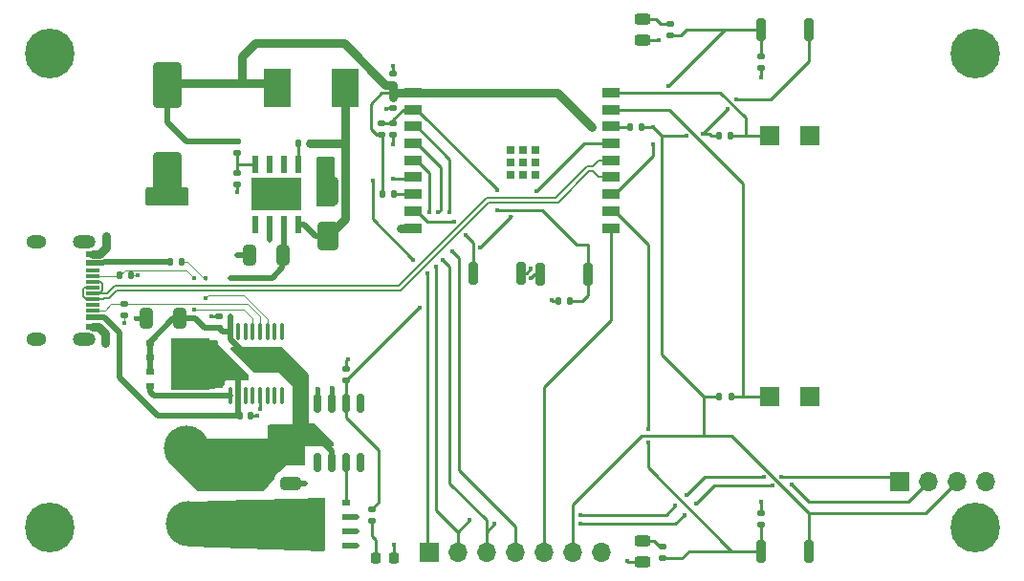
<source format=gbr>
%TF.GenerationSoftware,KiCad,Pcbnew,7.0.7*%
%TF.CreationDate,2024-06-24T12:24:59-07:00*%
%TF.ProjectId,Business Card PCB Hot Plate,42757369-6e65-4737-9320-436172642050,rev?*%
%TF.SameCoordinates,Original*%
%TF.FileFunction,Copper,L1,Top*%
%TF.FilePolarity,Positive*%
%FSLAX46Y46*%
G04 Gerber Fmt 4.6, Leading zero omitted, Abs format (unit mm)*
G04 Created by KiCad (PCBNEW 7.0.7) date 2024-06-24 12:24:59*
%MOMM*%
%LPD*%
G01*
G04 APERTURE LIST*
G04 Aperture macros list*
%AMRoundRect*
0 Rectangle with rounded corners*
0 $1 Rounding radius*
0 $2 $3 $4 $5 $6 $7 $8 $9 X,Y pos of 4 corners*
0 Add a 4 corners polygon primitive as box body*
4,1,4,$2,$3,$4,$5,$6,$7,$8,$9,$2,$3,0*
0 Add four circle primitives for the rounded corners*
1,1,$1+$1,$2,$3*
1,1,$1+$1,$4,$5*
1,1,$1+$1,$6,$7*
1,1,$1+$1,$8,$9*
0 Add four rect primitives between the rounded corners*
20,1,$1+$1,$2,$3,$4,$5,0*
20,1,$1+$1,$4,$5,$6,$7,0*
20,1,$1+$1,$6,$7,$8,$9,0*
20,1,$1+$1,$8,$9,$2,$3,0*%
G04 Aperture macros list end*
%TA.AperFunction,SMDPad,CuDef*%
%ADD10RoundRect,0.250000X-0.650000X0.325000X-0.650000X-0.325000X0.650000X-0.325000X0.650000X0.325000X0*%
%TD*%
%TA.AperFunction,SMDPad,CuDef*%
%ADD11RoundRect,0.135000X0.185000X-0.135000X0.185000X0.135000X-0.185000X0.135000X-0.185000X-0.135000X0*%
%TD*%
%TA.AperFunction,SMDPad,CuDef*%
%ADD12RoundRect,0.135000X-0.185000X0.135000X-0.185000X-0.135000X0.185000X-0.135000X0.185000X0.135000X0*%
%TD*%
%TA.AperFunction,ComponentPad*%
%ADD13R,1.700000X1.700000*%
%TD*%
%TA.AperFunction,SMDPad,CuDef*%
%ADD14RoundRect,0.250000X0.650000X-1.000000X0.650000X1.000000X-0.650000X1.000000X-0.650000X-1.000000X0*%
%TD*%
%TA.AperFunction,ComponentPad*%
%ADD15O,1.700000X1.700000*%
%TD*%
%TA.AperFunction,SMDPad,CuDef*%
%ADD16RoundRect,0.150000X-0.150000X0.675000X-0.150000X-0.675000X0.150000X-0.675000X0.150000X0.675000X0*%
%TD*%
%TA.AperFunction,SMDPad,CuDef*%
%ADD17RoundRect,0.140000X0.170000X-0.140000X0.170000X0.140000X-0.170000X0.140000X-0.170000X-0.140000X0*%
%TD*%
%TA.AperFunction,SMDPad,CuDef*%
%ADD18RoundRect,0.135000X0.135000X0.185000X-0.135000X0.185000X-0.135000X-0.185000X0.135000X-0.185000X0*%
%TD*%
%TA.AperFunction,ComponentPad*%
%ADD19C,0.700000*%
%TD*%
%TA.AperFunction,ComponentPad*%
%ADD20C,4.400000*%
%TD*%
%TA.AperFunction,ComponentPad*%
%ADD21C,4.000000*%
%TD*%
%TA.AperFunction,SMDPad,CuDef*%
%ADD22RoundRect,0.250000X0.325000X0.650000X-0.325000X0.650000X-0.325000X-0.650000X0.325000X-0.650000X0*%
%TD*%
%TA.AperFunction,SMDPad,CuDef*%
%ADD23R,0.650000X0.500000*%
%TD*%
%TA.AperFunction,SMDPad,CuDef*%
%ADD24R,3.400000X4.600000*%
%TD*%
%TA.AperFunction,SMDPad,CuDef*%
%ADD25R,0.550000X0.500000*%
%TD*%
%TA.AperFunction,SMDPad,CuDef*%
%ADD26RoundRect,0.135000X-0.135000X-0.185000X0.135000X-0.185000X0.135000X0.185000X-0.135000X0.185000X0*%
%TD*%
%TA.AperFunction,SMDPad,CuDef*%
%ADD27R,1.500000X0.900000*%
%TD*%
%TA.AperFunction,SMDPad,CuDef*%
%ADD28R,0.700000X0.700000*%
%TD*%
%TA.AperFunction,SMDPad,CuDef*%
%ADD29RoundRect,0.250000X-0.650000X1.000000X-0.650000X-1.000000X0.650000X-1.000000X0.650000X1.000000X0*%
%TD*%
%TA.AperFunction,SMDPad,CuDef*%
%ADD30RoundRect,0.250000X-1.000000X1.750000X-1.000000X-1.750000X1.000000X-1.750000X1.000000X1.750000X0*%
%TD*%
%TA.AperFunction,SMDPad,CuDef*%
%ADD31RoundRect,0.218750X0.218750X0.256250X-0.218750X0.256250X-0.218750X-0.256250X0.218750X-0.256250X0*%
%TD*%
%TA.AperFunction,SMDPad,CuDef*%
%ADD32RoundRect,0.200000X0.200000X0.800000X-0.200000X0.800000X-0.200000X-0.800000X0.200000X-0.800000X0*%
%TD*%
%TA.AperFunction,SMDPad,CuDef*%
%ADD33RoundRect,0.140000X-0.170000X0.140000X-0.170000X-0.140000X0.170000X-0.140000X0.170000X0.140000X0*%
%TD*%
%TA.AperFunction,SMDPad,CuDef*%
%ADD34RoundRect,0.200000X-0.200000X-0.800000X0.200000X-0.800000X0.200000X0.800000X-0.200000X0.800000X0*%
%TD*%
%TA.AperFunction,SMDPad,CuDef*%
%ADD35RoundRect,0.243750X0.456250X-0.243750X0.456250X0.243750X-0.456250X0.243750X-0.456250X-0.243750X0*%
%TD*%
%TA.AperFunction,SMDPad,CuDef*%
%ADD36RoundRect,0.100000X0.100000X-0.637500X0.100000X0.637500X-0.100000X0.637500X-0.100000X-0.637500X0*%
%TD*%
%TA.AperFunction,SMDPad,CuDef*%
%ADD37R,2.350000X3.400000*%
%TD*%
%TA.AperFunction,SMDPad,CuDef*%
%ADD38R,0.600000X1.550000*%
%TD*%
%TA.AperFunction,ComponentPad*%
%ADD39C,0.600000*%
%TD*%
%TA.AperFunction,SMDPad,CuDef*%
%ADD40R,3.100000X2.600000*%
%TD*%
%TA.AperFunction,SMDPad,CuDef*%
%ADD41R,4.500000X2.950000*%
%TD*%
%TA.AperFunction,SMDPad,CuDef*%
%ADD42RoundRect,0.140000X-0.140000X-0.170000X0.140000X-0.170000X0.140000X0.170000X-0.140000X0.170000X0*%
%TD*%
%TA.AperFunction,SMDPad,CuDef*%
%ADD43R,1.300000X0.600000*%
%TD*%
%TA.AperFunction,SMDPad,CuDef*%
%ADD44R,1.300000X0.300000*%
%TD*%
%TA.AperFunction,ComponentPad*%
%ADD45O,2.000000X1.200000*%
%TD*%
%TA.AperFunction,ComponentPad*%
%ADD46O,1.800000X1.200000*%
%TD*%
%TA.AperFunction,ViaPad*%
%ADD47C,0.450000*%
%TD*%
%TA.AperFunction,Conductor*%
%ADD48C,0.500000*%
%TD*%
%TA.AperFunction,Conductor*%
%ADD49C,0.250000*%
%TD*%
%TA.AperFunction,Conductor*%
%ADD50C,0.800000*%
%TD*%
%TA.AperFunction,Conductor*%
%ADD51C,0.400000*%
%TD*%
%TA.AperFunction,Conductor*%
%ADD52C,0.100000*%
%TD*%
%TA.AperFunction,Conductor*%
%ADD53C,0.200000*%
%TD*%
G04 APERTURE END LIST*
D10*
%TO.P,C10,1*%
%TO.N,+20V*%
X60800000Y-72860328D03*
%TO.P,C10,2*%
%TO.N,GND*%
X60800000Y-75810328D03*
%TD*%
D11*
%TO.P,R12,1*%
%TO.N,/Esp32-C3 Wroom 02/Button 2*%
X94400000Y-36145328D03*
%TO.P,R12,2*%
%TO.N,Net-(D4-A)*%
X94400000Y-35125328D03*
%TD*%
D12*
%TO.P,R6,1*%
%TO.N,/Esp32-C3 Wroom 02/EN*%
X68900000Y-43925328D03*
%TO.P,R6,2*%
%TO.N,+3.3V*%
X68900000Y-44945328D03*
%TD*%
D13*
%TO.P,J4,1,Pin_1*%
%TO.N,/Esp32-C3 Wroom 02/THERM 1*%
X103250000Y-45035328D03*
%TD*%
D14*
%TO.P,D1,1,K*%
%TO.N,Net-(D1-K)*%
X64110000Y-53935328D03*
%TO.P,D1,2,A*%
%TO.N,GND*%
X64110000Y-49935328D03*
%TD*%
D13*
%TO.P,J7,1,Pin_1*%
%TO.N,GND*%
X106800000Y-68135328D03*
%TD*%
%TO.P,J10,1,Pin_1*%
%TO.N,/Esp32-C3 Wroom 02/SDA*%
X114750000Y-75685328D03*
D15*
%TO.P,J10,2,Pin_2*%
%TO.N,/Esp32-C3 Wroom 02/SCL*%
X117290000Y-75685328D03*
%TO.P,J10,3,Pin_3*%
%TO.N,+3.3V*%
X119830000Y-75685328D03*
%TO.P,J10,4,Pin_4*%
%TO.N,GND*%
X122370000Y-75685328D03*
%TD*%
D13*
%TO.P,J8,1,Pin_1*%
%TO.N,/Esp32-C3 Wroom 02/GPIO 7*%
X73080000Y-81935328D03*
D15*
%TO.P,J8,2,Pin_2*%
%TO.N,/Esp32-C3 Wroom 02/SDA*%
X75620000Y-81935328D03*
%TO.P,J8,3,Pin_3*%
%TO.N,/Esp32-C3 Wroom 02/SCL*%
X78160000Y-81935328D03*
%TO.P,J8,4,Pin_4*%
%TO.N,/Esp32-C3 Wroom 02/GPIO 4*%
X80700000Y-81935328D03*
%TO.P,J8,5,Pin_5*%
%TO.N,/Esp32-C3 Wroom 02/GPIO 10*%
X83240000Y-81935328D03*
%TO.P,J8,6,Pin_6*%
%TO.N,+3.3V*%
X85780000Y-81935328D03*
%TO.P,J8,7,Pin_7*%
%TO.N,GND*%
X88320000Y-81935328D03*
%TD*%
D16*
%TO.P,U4,1,NC*%
%TO.N,unconnected-(U4-NC-Pad1)*%
X67005000Y-68710328D03*
%TO.P,U4,2,INA*%
%TO.N,/Esp32-C3 Wroom 02/HEATER DRIVE*%
X65735000Y-68710328D03*
%TO.P,U4,3,GND*%
%TO.N,GND*%
X64465000Y-68710328D03*
%TO.P,U4,4,INB*%
X63195000Y-68710328D03*
%TO.P,U4,5,OUTB*%
%TO.N,unconnected-(U4-OUTB-Pad5)*%
X63195000Y-73960328D03*
%TO.P,U4,6,VDD*%
%TO.N,+20V*%
X64465000Y-73960328D03*
%TO.P,U4,7,OUTA*%
%TO.N,/Heater Control/OUTA*%
X65735000Y-73960328D03*
%TO.P,U4,8,NC*%
%TO.N,unconnected-(U4-NC-Pad8)*%
X67005000Y-73960328D03*
%TD*%
D17*
%TO.P,C6,1*%
%TO.N,GND*%
X69900000Y-44915328D03*
%TO.P,C6,2*%
%TO.N,/Esp32-C3 Wroom 02/EN*%
X69900000Y-43955328D03*
%TD*%
D18*
%TO.P,R10,1*%
%TO.N,/Esp32-C3 Wroom 02/THERM 1*%
X99800000Y-45035328D03*
%TO.P,R10,2*%
%TO.N,+3.3V*%
X98780000Y-45035328D03*
%TD*%
%TO.P,R11,1*%
%TO.N,/Esp32-C3 Wroom 02/THERM 2*%
X99820000Y-68135328D03*
%TO.P,R11,2*%
%TO.N,+3.3V*%
X98800000Y-68135328D03*
%TD*%
D19*
%TO.P,H4,1*%
%TO.N,N/C*%
X37800000Y-37735328D03*
X38283274Y-36568602D03*
X38283274Y-38902054D03*
X39450000Y-36085328D03*
D20*
X39450000Y-37735328D03*
D19*
X39450000Y-39385328D03*
X40616726Y-36568602D03*
X40616726Y-38902054D03*
X41100000Y-37735328D03*
%TD*%
%TO.P,H2,1*%
%TO.N,N/C*%
X119800000Y-37735328D03*
X120283274Y-36568602D03*
X120283274Y-38902054D03*
X121450000Y-36085328D03*
D20*
X121450000Y-37735328D03*
D19*
X121450000Y-39385328D03*
X122616726Y-36568602D03*
X122616726Y-38902054D03*
X123100000Y-37735328D03*
%TD*%
D17*
%TO.P,C13,1*%
%TO.N,GND*%
X69900000Y-42595328D03*
%TO.P,C13,2*%
%TO.N,+3.3V*%
X69900000Y-41635328D03*
%TD*%
D21*
%TO.P,J3,1,Pin_1*%
%TO.N,/Heater Control/Trace Fet*%
X51800000Y-79435328D03*
%TD*%
D22*
%TO.P,C2,1*%
%TO.N,+20V*%
X50975000Y-61235328D03*
%TO.P,C2,2*%
%TO.N,GND*%
X48025000Y-61235328D03*
%TD*%
D23*
%TO.P,Q1,1,S*%
%TO.N,+20V*%
X48350000Y-63395328D03*
%TO.P,Q1,2,S*%
X48350000Y-64665328D03*
%TO.P,Q1,3,S*%
X48350000Y-65935328D03*
%TO.P,Q1,4,G*%
%TO.N,/USB_PD/GATE*%
X48350000Y-67205328D03*
D24*
%TO.P,Q1,5,D*%
%TO.N,VBUS*%
X51925000Y-65300328D03*
D25*
X53900000Y-63395328D03*
X53900000Y-64665328D03*
X53900000Y-65935328D03*
X53900000Y-67205328D03*
%TD*%
D26*
%TO.P,R16,1*%
%TO.N,Net-(U5-GPIO2{slash}ADC1_CH2)*%
X90900000Y-44235328D03*
%TO.P,R16,2*%
%TO.N,+3.3V*%
X91920000Y-44235328D03*
%TD*%
D18*
%TO.P,R17,1*%
%TO.N,Net-(U5-GPIO8)*%
X70010000Y-50235328D03*
%TO.P,R17,2*%
%TO.N,+3.3V*%
X68990000Y-50235328D03*
%TD*%
D27*
%TO.P,U5,1,3V3*%
%TO.N,+3.3V*%
X71700000Y-41210328D03*
%TO.P,U5,2,EN/CHIP_PU*%
%TO.N,/Esp32-C3 Wroom 02/EN*%
X71700000Y-42710328D03*
%TO.P,U5,3,GPIO4/ADC1_CH4*%
%TO.N,/Esp32-C3 Wroom 02/GPIO 4*%
X71700000Y-44210328D03*
%TO.P,U5,4,GPIO5/ADC2_CH0*%
%TO.N,/Esp32-C3 Wroom 02/SCL*%
X71700000Y-45710328D03*
%TO.P,U5,5,GPIO6*%
%TO.N,/Esp32-C3 Wroom 02/SDA*%
X71700000Y-47210328D03*
%TO.P,U5,6,GPIO7*%
%TO.N,/Esp32-C3 Wroom 02/GPIO 7*%
X71700000Y-48710328D03*
%TO.P,U5,7,GPIO8*%
%TO.N,Net-(U5-GPIO8)*%
X71700000Y-50210328D03*
%TO.P,U5,8,GPIO9*%
%TO.N,Net-(U5-GPIO9)*%
X71700000Y-51710328D03*
%TO.P,U5,9,GND*%
%TO.N,GND*%
X71700000Y-53210328D03*
%TO.P,U5,10,GPIO10*%
%TO.N,/Esp32-C3 Wroom 02/GPIO 10*%
X89200000Y-53210328D03*
%TO.P,U5,11,GPIO20/U0RXD*%
%TO.N,/Esp32-C3 Wroom 02/Button 1*%
X89200000Y-51710328D03*
%TO.P,U5,12,GPIO21/U0TXD*%
%TO.N,/Esp32-C3 Wroom 02/Button 2*%
X89200000Y-50210328D03*
%TO.P,U5,13,GPIO18/USB_D-*%
%TO.N,/Esp32-C3 Wroom 02/D-*%
X89200000Y-48710328D03*
%TO.P,U5,14,GPIO19/USB_D+*%
%TO.N,/Esp32-C3 Wroom 02/D+*%
X89200000Y-47210328D03*
%TO.P,U5,15,GPIO3/ADC1_CH3*%
%TO.N,/Esp32-C3 Wroom 02/HEATER DRIVE*%
X89200000Y-45710328D03*
%TO.P,U5,16,GPIO2/ADC1_CH2*%
%TO.N,Net-(U5-GPIO2{slash}ADC1_CH2)*%
X89200000Y-44210328D03*
%TO.P,U5,17,GPIO1/ADC1_CH1/XTAL_32K_N*%
%TO.N,/Esp32-C3 Wroom 02/THERM 2*%
X89200000Y-42710328D03*
%TO.P,U5,18,GPIO0/ADC1_CH0/XTAL_32K_P*%
%TO.N,/Esp32-C3 Wroom 02/THERM 1*%
X89200000Y-41210328D03*
D28*
%TO.P,U5,19,GND*%
%TO.N,GND*%
X80310000Y-46310328D03*
X80310000Y-47410328D03*
X80310000Y-48510328D03*
X81360000Y-46310328D03*
X81360000Y-47410328D03*
X81360000Y-48510328D03*
X82510000Y-46310328D03*
X82510000Y-47410328D03*
X82510000Y-48510328D03*
%TD*%
D23*
%TO.P,Q2,1,S*%
%TO.N,GND*%
X65700000Y-81390328D03*
%TO.P,Q2,2,S*%
X65700000Y-80120328D03*
%TO.P,Q2,3,S*%
X65700000Y-78850328D03*
%TO.P,Q2,4,G*%
%TO.N,/Heater Control/OUTA*%
X65700000Y-77580328D03*
D24*
%TO.P,Q2,5,D*%
%TO.N,/Heater Control/Trace Fet*%
X62125000Y-79485328D03*
D25*
X60150000Y-81390328D03*
X60150000Y-80120328D03*
X60150000Y-78850328D03*
X60150000Y-77580328D03*
%TD*%
D29*
%TO.P,D3,1,K*%
%TO.N,+20V*%
X56700000Y-74535328D03*
%TO.P,D3,2,A*%
%TO.N,/Heater Control/Trace Fet*%
X56700000Y-78535328D03*
%TD*%
D30*
%TO.P,C5,1*%
%TO.N,+3.3V*%
X49910000Y-40535328D03*
%TO.P,C5,2*%
%TO.N,GND*%
X49910000Y-48535328D03*
%TD*%
D12*
%TO.P,R4,1*%
%TO.N,+3.3V*%
X56110000Y-45525328D03*
%TO.P,R4,2*%
%TO.N,Net-(U3-VSENSE)*%
X56110000Y-46545328D03*
%TD*%
D22*
%TO.P,C3,1*%
%TO.N,+20V*%
X60175000Y-55635328D03*
%TO.P,C3,2*%
%TO.N,GND*%
X57225000Y-55635328D03*
%TD*%
D12*
%TO.P,R9,1*%
%TO.N,/Esp32-C3 Wroom 02/HEATER DRIVE*%
X68000000Y-78125328D03*
%TO.P,R9,2*%
%TO.N,Net-(D2-A)*%
X68000000Y-79145328D03*
%TD*%
D31*
%TO.P,D2,1,K*%
%TO.N,GND*%
X69952500Y-82415328D03*
%TO.P,D2,2,A*%
%TO.N,Net-(D2-A)*%
X68377500Y-82415328D03*
%TD*%
D32*
%TO.P,SW3,1,1*%
%TO.N,+3.3V*%
X106700000Y-35635328D03*
%TO.P,SW3,2,2*%
%TO.N,/Esp32-C3 Wroom 02/Button 2*%
X102500000Y-35635328D03*
%TD*%
D26*
%TO.P,R1,1*%
%TO.N,/USB_PD/CC1*%
X45690000Y-57435328D03*
%TO.P,R1,2*%
%TO.N,GND*%
X46710000Y-57435328D03*
%TD*%
D19*
%TO.P,H3,1*%
%TO.N,N/C*%
X37800000Y-79735328D03*
X38283274Y-78568602D03*
X38283274Y-80902054D03*
X39450000Y-78085328D03*
D20*
X39450000Y-79735328D03*
D19*
X39450000Y-81385328D03*
X40616726Y-78568602D03*
X40616726Y-80902054D03*
X41100000Y-79735328D03*
%TD*%
D11*
%TO.P,R14,1*%
%TO.N,/Esp32-C3 Wroom 02/Button 1*%
X102500000Y-79455328D03*
%TO.P,R14,2*%
%TO.N,GND*%
X102500000Y-78435328D03*
%TD*%
D33*
%TO.P,C12,1*%
%TO.N,GND*%
X69900000Y-39555328D03*
%TO.P,C12,2*%
%TO.N,+3.3V*%
X69900000Y-40515328D03*
%TD*%
D34*
%TO.P,SW6,1,1*%
%TO.N,Net-(U5-GPIO9)*%
X77000000Y-57235328D03*
%TO.P,SW6,2,2*%
%TO.N,GND*%
X81200000Y-57235328D03*
%TD*%
%TO.P,SW5,1,1*%
%TO.N,GND*%
X82950000Y-57335328D03*
%TO.P,SW5,2,2*%
%TO.N,/Esp32-C3 Wroom 02/EN*%
X87150000Y-57335328D03*
%TD*%
D35*
%TO.P,D4,1,K*%
%TO.N,GND*%
X92000000Y-36572828D03*
%TO.P,D4,2,A*%
%TO.N,Net-(D4-A)*%
X92000000Y-34697828D03*
%TD*%
D36*
%TO.P,U2,1,VBUSG*%
%TO.N,/USB_PD/GATE*%
X55525000Y-68097828D03*
%TO.P,U2,2,VIN*%
%TO.N,VBUS*%
X56175000Y-68097828D03*
%TO.P,U2,3,NC*%
%TO.N,unconnected-(U2-NC-Pad3)*%
X56825000Y-68097828D03*
%TO.P,U2,4,NC*%
%TO.N,unconnected-(U2-NC-Pad4)*%
X57475000Y-68097828D03*
%TO.P,U2,5,GND*%
%TO.N,GND*%
X58125000Y-68097828D03*
%TO.P,U2,6,NC*%
%TO.N,unconnected-(U2-NC-Pad6)*%
X58775000Y-68097828D03*
%TO.P,U2,7,NC*%
%TO.N,unconnected-(U2-NC-Pad7)*%
X59425000Y-68097828D03*
%TO.P,U2,8,NC*%
%TO.N,unconnected-(U2-NC-Pad8)*%
X60075000Y-68097828D03*
%TO.P,U2,9,NC*%
%TO.N,unconnected-(U2-NC-Pad9)*%
X60075000Y-62372828D03*
%TO.P,U2,10,NC*%
%TO.N,unconnected-(U2-NC-Pad10)*%
X59425000Y-62372828D03*
%TO.P,U2,11,SEL*%
%TO.N,/USB_PD/SEL*%
X58775000Y-62372828D03*
%TO.P,U2,12,CC2*%
%TO.N,/USB_PD/CC2*%
X58125000Y-62372828D03*
%TO.P,U2,13,CC1*%
%TO.N,/USB_PD/CC1*%
X57475000Y-62372828D03*
%TO.P,U2,14,NC*%
%TO.N,unconnected-(U2-NC-Pad14)*%
X56825000Y-62372828D03*
%TO.P,U2,15,NC*%
%TO.N,unconnected-(U2-NC-Pad15)*%
X56175000Y-62372828D03*
%TO.P,U2,16,VBUS*%
%TO.N,+20V*%
X55525000Y-62372828D03*
%TD*%
D35*
%TO.P,D5,1,K*%
%TO.N,GND*%
X92000000Y-82772828D03*
%TO.P,D5,2,A*%
%TO.N,Net-(D5-A)*%
X92000000Y-80897828D03*
%TD*%
D37*
%TO.P,L1,1,1*%
%TO.N,Net-(D1-K)*%
X65660000Y-40835328D03*
%TO.P,L1,2,2*%
%TO.N,+3.3V*%
X59610000Y-40835328D03*
%TD*%
D38*
%TO.P,U3,1,BOOT*%
%TO.N,Net-(U3-BOOT)*%
X61505000Y-47535328D03*
%TO.P,U3,2,NC*%
%TO.N,unconnected-(U3-NC-Pad2)*%
X60235000Y-47535328D03*
%TO.P,U3,3,NC*%
%TO.N,unconnected-(U3-NC-Pad3)*%
X58965000Y-47535328D03*
%TO.P,U3,4,VSENSE*%
%TO.N,Net-(U3-VSENSE)*%
X57695000Y-47535328D03*
%TO.P,U3,5,EN*%
%TO.N,unconnected-(U3-EN-Pad5)*%
X57695000Y-52935328D03*
%TO.P,U3,6,GND*%
%TO.N,GND*%
X58965000Y-52935328D03*
%TO.P,U3,7,VIN*%
%TO.N,+20V*%
X60235000Y-52935328D03*
%TO.P,U3,8,PH*%
%TO.N,Net-(D1-K)*%
X61505000Y-52935328D03*
D39*
%TO.P,U3,9,GNDPAD*%
%TO.N,GND*%
X61400000Y-49635328D03*
X60200000Y-49635328D03*
X58900000Y-49635328D03*
X57800000Y-49635328D03*
D40*
X59600000Y-50235328D03*
D41*
X59600000Y-50235328D03*
D39*
X61400000Y-50835328D03*
X60200000Y-50835328D03*
X58900000Y-50835328D03*
X57800000Y-50835328D03*
%TD*%
D26*
%TO.P,R3,1*%
%TO.N,VBUS*%
X50190000Y-56235328D03*
%TO.P,R3,2*%
%TO.N,/USB_PD/SEL*%
X51210000Y-56235328D03*
%TD*%
D13*
%TO.P,J5,1,Pin_1*%
%TO.N,GND*%
X106800000Y-45035328D03*
%TD*%
D42*
%TO.P,C1,1*%
%TO.N,VBUS*%
X56340000Y-69835328D03*
%TO.P,C1,2*%
%TO.N,GND*%
X57300000Y-69835328D03*
%TD*%
D12*
%TO.P,R5,1*%
%TO.N,Net-(U3-VSENSE)*%
X56110000Y-48325328D03*
%TO.P,R5,2*%
%TO.N,GND*%
X56110000Y-49345328D03*
%TD*%
%TO.P,R2,1*%
%TO.N,/USB_PD/CC2*%
X46100000Y-59925328D03*
%TO.P,R2,2*%
%TO.N,GND*%
X46100000Y-60945328D03*
%TD*%
D32*
%TO.P,SW4,1,1*%
%TO.N,+3.3V*%
X106700000Y-81835328D03*
%TO.P,SW4,2,2*%
%TO.N,/Esp32-C3 Wroom 02/Button 1*%
X102500000Y-81835328D03*
%TD*%
D12*
%TO.P,R13,1*%
%TO.N,/Esp32-C3 Wroom 02/Button 2*%
X102500000Y-38015328D03*
%TO.P,R13,2*%
%TO.N,GND*%
X102500000Y-39035328D03*
%TD*%
D21*
%TO.P,J2,1,Pin_1*%
%TO.N,+20V*%
X51600000Y-72735328D03*
%TD*%
D42*
%TO.P,C11,1*%
%TO.N,GND*%
X84570000Y-59685328D03*
%TO.P,C11,2*%
%TO.N,/Esp32-C3 Wroom 02/EN*%
X85530000Y-59685328D03*
%TD*%
D11*
%TO.P,R8,1*%
%TO.N,/Esp32-C3 Wroom 02/HEATER DRIVE*%
X65765000Y-66670328D03*
%TO.P,R8,2*%
%TO.N,GND*%
X65765000Y-65650328D03*
%TD*%
D17*
%TO.P,C9,1*%
%TO.N,+20V*%
X54500000Y-62015328D03*
%TO.P,C9,2*%
%TO.N,GND*%
X54500000Y-61055328D03*
%TD*%
D42*
%TO.P,C4,1*%
%TO.N,Net-(U3-BOOT)*%
X61530000Y-45735328D03*
%TO.P,C4,2*%
%TO.N,Net-(D1-K)*%
X62490000Y-45735328D03*
%TD*%
D19*
%TO.P,H1,1*%
%TO.N,N/C*%
X119800000Y-79735328D03*
X120283274Y-78568602D03*
X120283274Y-80902054D03*
X121450000Y-78085328D03*
D20*
X121450000Y-79735328D03*
D19*
X121450000Y-81385328D03*
X122616726Y-78568602D03*
X122616726Y-80902054D03*
X123100000Y-79735328D03*
%TD*%
D13*
%TO.P,J6,1,Pin_1*%
%TO.N,/Esp32-C3 Wroom 02/THERM 2*%
X103240000Y-68145328D03*
%TD*%
D43*
%TO.P,J1,A1,GND*%
%TO.N,GND*%
X43274000Y-55535328D03*
%TO.P,J1,A4,VBUS*%
%TO.N,VBUS*%
X43274000Y-56335328D03*
D44*
%TO.P,J1,A5,CC1*%
%TO.N,/USB_PD/CC1*%
X43274000Y-57485328D03*
%TO.P,J1,A6,D+*%
%TO.N,/Esp32-C3 Wroom 02/D-*%
X43274000Y-58485328D03*
%TO.P,J1,A7,D-*%
%TO.N,/Esp32-C3 Wroom 02/D+*%
X43274000Y-58985328D03*
%TO.P,J1,A8,SBU1*%
%TO.N,unconnected-(J1-SBU1-PadA8)*%
X43274000Y-59985328D03*
D43*
%TO.P,J1,A9,VBUS*%
%TO.N,VBUS*%
X43274000Y-61135328D03*
%TO.P,J1,A12,GND*%
%TO.N,GND*%
X43274000Y-61935328D03*
%TO.P,J1,B1,GND*%
X43274000Y-61935328D03*
%TO.P,J1,B4,VBUS*%
%TO.N,VBUS*%
X43274000Y-61135328D03*
D44*
%TO.P,J1,B5,CC2*%
%TO.N,/USB_PD/CC2*%
X43274000Y-60485328D03*
%TO.P,J1,B6,D+*%
%TO.N,/Esp32-C3 Wroom 02/D-*%
X43274000Y-59485328D03*
%TO.P,J1,B7,D-*%
%TO.N,/Esp32-C3 Wroom 02/D+*%
X43274000Y-57985328D03*
%TO.P,J1,B8,SBU2*%
%TO.N,unconnected-(J1-SBU2-PadB8)*%
X43274000Y-56985328D03*
D43*
%TO.P,J1,B9,VBUS*%
%TO.N,VBUS*%
X43274000Y-56335328D03*
%TO.P,J1,B12,GND*%
%TO.N,GND*%
X43274000Y-55535328D03*
D45*
%TO.P,J1,S1,SHIELD*%
%TO.N,unconnected-(J1-SHIELD-PadS1)*%
X42506000Y-54410328D03*
D46*
X38326000Y-54410328D03*
D45*
X42506000Y-63060328D03*
D46*
X38326000Y-63060328D03*
%TD*%
D11*
%TO.P,R15,1*%
%TO.N,/Esp32-C3 Wroom 02/Button 1*%
X93800000Y-82445328D03*
%TO.P,R15,2*%
%TO.N,Net-(D5-A)*%
X93800000Y-81425328D03*
%TD*%
D47*
%TO.N,VBUS*%
X44300000Y-56235328D03*
X44350000Y-61135328D03*
%TO.N,GND*%
X65900000Y-64835328D03*
X80310000Y-48525328D03*
X102500000Y-39835328D03*
X62100000Y-75835328D03*
X53780000Y-61055328D03*
X83900000Y-59635328D03*
X44500000Y-53935328D03*
X49500000Y-50735328D03*
X102500000Y-77435328D03*
X64465000Y-67400328D03*
X63200000Y-67435328D03*
X48600000Y-50735328D03*
X82100000Y-56835328D03*
X64400000Y-47335328D03*
X51100000Y-50735328D03*
X56100000Y-50035328D03*
X82100000Y-57635328D03*
X70525000Y-53210328D03*
X57900000Y-69835328D03*
X66685000Y-78850328D03*
X64400000Y-48035328D03*
X59000000Y-54235328D03*
X69900000Y-38835328D03*
X63500000Y-48035328D03*
X69900000Y-45835328D03*
X66700000Y-81390328D03*
X56100000Y-55635328D03*
X81400000Y-48525328D03*
X58100000Y-69235328D03*
X44400000Y-63435328D03*
X50300000Y-50735328D03*
X69300000Y-42635328D03*
X66700000Y-80120328D03*
X47100000Y-61235328D03*
X69952500Y-81282828D03*
X80310000Y-47425328D03*
X80310000Y-46325328D03*
X82510000Y-48525328D03*
X46100000Y-61635328D03*
X44400000Y-62535328D03*
X90600000Y-82735328D03*
X82510000Y-46325328D03*
X63500000Y-47335328D03*
X81400000Y-46325328D03*
X47300000Y-57435328D03*
X82510000Y-47425328D03*
X93400000Y-36535328D03*
X44500000Y-54935328D03*
X81400000Y-47425328D03*
%TO.N,+20V*%
X55525000Y-61035328D03*
X55500000Y-57635328D03*
%TO.N,+3.3V*%
X97300000Y-44835328D03*
X92900000Y-44235328D03*
X100300000Y-41835328D03*
X95900000Y-45035328D03*
X87500000Y-44235328D03*
X99500000Y-42635328D03*
%TO.N,/Esp32-C3 Wroom 02/GPIO 4*%
X75100000Y-55235328D03*
X74900000Y-51835328D03*
%TO.N,/Esp32-C3 Wroom 02/GPIO 7*%
X69900000Y-48835328D03*
X71700000Y-56035328D03*
X72900000Y-57235328D03*
X68100000Y-49035328D03*
%TO.N,/Esp32-C3 Wroom 02/SDA*%
X86500000Y-78635328D03*
X76700000Y-79035328D03*
X73700000Y-56635328D03*
X104300000Y-75235328D03*
X95900000Y-76835328D03*
X94900000Y-77835328D03*
X102700000Y-75235328D03*
X73100000Y-51835328D03*
%TO.N,/Esp32-C3 Wroom 02/SCL*%
X96700000Y-77635328D03*
X74300000Y-56035328D03*
X105200000Y-75935328D03*
X86500000Y-79435328D03*
X103500000Y-76035328D03*
X95700000Y-78635328D03*
X78900000Y-79435328D03*
X73900000Y-51835328D03*
%TO.N,/Esp32-C3 Wroom 02/HEATER DRIVE*%
X72300000Y-60235328D03*
X80300000Y-52235328D03*
X82600000Y-49935328D03*
X77600000Y-54935328D03*
%TO.N,/Esp32-C3 Wroom 02/Button 2*%
X94300000Y-40635328D03*
X92900000Y-45835328D03*
%TO.N,/Esp32-C3 Wroom 02/Button 1*%
X92500000Y-71035328D03*
X92500000Y-72235328D03*
%TO.N,Net-(U5-GPIO9)*%
X76300000Y-53835328D03*
X75300000Y-52635328D03*
%TO.N,/USB_PD/CC1*%
X52300000Y-57635328D03*
X52300000Y-60435328D03*
%TO.N,/USB_PD/SEL*%
X53300000Y-59435328D03*
X53300000Y-57635328D03*
%TO.N,/Esp32-C3 Wroom 02/EN*%
X79100000Y-49835328D03*
X79100000Y-51635328D03*
%TD*%
D48*
%TO.N,VBUS*%
X56340000Y-69835328D02*
X56175000Y-69670328D01*
X49100000Y-69835328D02*
X56340000Y-69835328D01*
X45700000Y-62485328D02*
X45700000Y-66435328D01*
X44200000Y-56335328D02*
X44300000Y-56235328D01*
X56175000Y-68097828D02*
X56175000Y-66110328D01*
X43274000Y-56335328D02*
X44200000Y-56335328D01*
X50190000Y-56235328D02*
X44300000Y-56235328D01*
X45700000Y-66435328D02*
X49100000Y-69835328D01*
X44350000Y-61135328D02*
X45700000Y-62485328D01*
X56175000Y-66110328D02*
X55500000Y-65435328D01*
X43274000Y-61135328D02*
X44350000Y-61135328D01*
X56175000Y-69670328D02*
X56175000Y-68097828D01*
D49*
%TO.N,GND*%
X81200000Y-57285328D02*
X81250000Y-57335328D01*
X69900000Y-44915328D02*
X69900000Y-45835328D01*
X56110000Y-49345328D02*
X56110000Y-50025328D01*
D48*
X57225000Y-55635328D02*
X56100000Y-55635328D01*
D50*
X43800000Y-61935328D02*
X44400000Y-62535328D01*
D49*
X58125000Y-68097828D02*
X58125000Y-69210328D01*
X81200000Y-57235328D02*
X81200000Y-57285328D01*
D48*
X66685000Y-78850328D02*
X65700000Y-78850328D01*
D49*
X92000000Y-82772828D02*
X90637500Y-82772828D01*
D50*
X44400000Y-62535328D02*
X44400000Y-63435328D01*
D49*
X56110000Y-50025328D02*
X56100000Y-50035328D01*
X82100000Y-57635328D02*
X82400000Y-57335328D01*
X92000000Y-36572828D02*
X93362500Y-36572828D01*
X82100000Y-56835328D02*
X81700000Y-57235328D01*
X69900000Y-42595328D02*
X69340000Y-42595328D01*
X82400000Y-57335328D02*
X82900000Y-57335328D01*
X65765000Y-64970328D02*
X65900000Y-64835328D01*
D48*
X58965000Y-52935328D02*
X58965000Y-54200328D01*
D49*
X81700000Y-57235328D02*
X81200000Y-57235328D01*
D48*
X62075000Y-75810328D02*
X62100000Y-75835328D01*
D49*
X90637500Y-82772828D02*
X90600000Y-82735328D01*
X58125000Y-69210328D02*
X58100000Y-69235328D01*
D50*
X43274000Y-61935328D02*
X43800000Y-61935328D01*
D49*
X69900000Y-39555328D02*
X69900000Y-38835328D01*
D51*
X63195000Y-67440328D02*
X63200000Y-67435328D01*
D49*
X102500000Y-39035328D02*
X102500000Y-39835328D01*
X93362500Y-36572828D02*
X93400000Y-36535328D01*
D50*
X70525000Y-53210328D02*
X71700000Y-53210328D01*
D49*
X65765000Y-65650328D02*
X65765000Y-64970328D01*
D51*
X48025000Y-61235328D02*
X47100000Y-61235328D01*
D50*
X44500000Y-54935328D02*
X44500000Y-53935328D01*
D49*
X102500000Y-78435328D02*
X102500000Y-77435328D01*
D52*
X46100000Y-60945328D02*
X46100000Y-61635328D01*
D50*
X43274000Y-55535328D02*
X43900000Y-55535328D01*
X43900000Y-55535328D02*
X44500000Y-54935328D01*
D48*
X65700000Y-81390328D02*
X66700000Y-81390328D01*
D49*
X83950000Y-59685328D02*
X84570000Y-59685328D01*
D52*
X46710000Y-57435328D02*
X47300000Y-57435328D01*
D48*
X58965000Y-54200328D02*
X59000000Y-54235328D01*
X60800000Y-75810328D02*
X62075000Y-75810328D01*
D49*
X57300000Y-69835328D02*
X57900000Y-69835328D01*
X69952500Y-81282828D02*
X69952500Y-82415328D01*
D48*
X66700000Y-80120328D02*
X65700000Y-80120328D01*
D49*
X83900000Y-59635328D02*
X83950000Y-59685328D01*
X53780000Y-61055328D02*
X54500000Y-61055328D01*
X69340000Y-42595328D02*
X69300000Y-42635328D01*
D51*
X63195000Y-68710328D02*
X63195000Y-67440328D01*
X64465000Y-67400328D02*
X64465000Y-68710328D01*
D48*
%TO.N,+20V*%
X56700000Y-74535328D02*
X59125000Y-74535328D01*
X53180000Y-62015328D02*
X54500000Y-62015328D01*
X60235000Y-55480328D02*
X60235000Y-52935328D01*
X59900000Y-65035328D02*
X61500000Y-66635328D01*
X62700000Y-71235328D02*
X64465000Y-73000328D01*
X64465000Y-73000328D02*
X64465000Y-73960328D01*
X56700000Y-74535328D02*
X54900000Y-72735328D01*
X54857500Y-62372828D02*
X54500000Y-62015328D01*
X55525000Y-62372828D02*
X55525000Y-63096724D01*
X60800000Y-72860328D02*
X60800000Y-71935328D01*
X55525000Y-61035328D02*
X55525000Y-62372828D01*
X60800000Y-71935328D02*
X61500000Y-71235328D01*
X55525000Y-63096724D02*
X57463604Y-65035328D01*
X59200000Y-57635328D02*
X60080000Y-56755328D01*
X60080000Y-56755328D02*
X60080000Y-55635328D01*
X50975000Y-61235328D02*
X52400000Y-61235328D01*
X48350000Y-63395328D02*
X48350000Y-63285328D01*
X59125000Y-74535328D02*
X60800000Y-72860328D01*
X48350000Y-65935328D02*
X48350000Y-63395328D01*
X52400000Y-61235328D02*
X53180000Y-62015328D01*
X54900000Y-72735328D02*
X51600000Y-72735328D01*
X61500000Y-71235328D02*
X62700000Y-71235328D01*
X55525000Y-62372828D02*
X54857500Y-62372828D01*
X55500000Y-57635328D02*
X59200000Y-57635328D01*
X57463604Y-65035328D02*
X59900000Y-65035328D01*
X50400000Y-61235328D02*
X50975000Y-61235328D01*
X60080000Y-55635328D02*
X60235000Y-55480328D01*
X61500000Y-66635328D02*
X61500000Y-71235328D01*
X48350000Y-63285328D02*
X50400000Y-61235328D01*
D49*
%TO.N,Net-(U3-BOOT)*%
X61505000Y-45760328D02*
X61530000Y-45735328D01*
X61505000Y-47535328D02*
X61505000Y-45760328D01*
D50*
%TO.N,Net-(D1-K)*%
X65660000Y-45835328D02*
X65660000Y-52385328D01*
X65660000Y-52385328D02*
X64110000Y-53935328D01*
X65660000Y-40835328D02*
X65660000Y-45835328D01*
D48*
X64110000Y-53935328D02*
X63000000Y-53935328D01*
X62000000Y-52935328D02*
X61505000Y-52935328D01*
X63000000Y-53935328D02*
X62000000Y-52935328D01*
D50*
X65560000Y-45735328D02*
X65660000Y-45835328D01*
X62490000Y-45735328D02*
X65560000Y-45735328D01*
D49*
%TO.N,+3.3V*%
X106700000Y-38435328D02*
X106700000Y-35635328D01*
X91942463Y-71592865D02*
X85780000Y-77755328D01*
D48*
X49910000Y-40385328D02*
X49910000Y-43845328D01*
X51590000Y-45525328D02*
X56110000Y-45525328D01*
D49*
X85780000Y-77755328D02*
X85780000Y-81935328D01*
X106700000Y-78435328D02*
X117080000Y-78435328D01*
D50*
X56500000Y-38035328D02*
X57700000Y-36835328D01*
X56500000Y-40385328D02*
X56500000Y-38035328D01*
D49*
X97900000Y-44835328D02*
X98100000Y-45035328D01*
X67900000Y-42235328D02*
X68900000Y-41235328D01*
X68990000Y-50235328D02*
X68990000Y-45035328D01*
X68410000Y-44945328D02*
X67900000Y-44435328D01*
D50*
X69925000Y-41210328D02*
X69900000Y-41235328D01*
D49*
X68900000Y-41235328D02*
X69900000Y-41235328D01*
D50*
X69215000Y-40515328D02*
X69900000Y-40515328D01*
D49*
X97300000Y-44835328D02*
X97900000Y-44835328D01*
X99857537Y-71592865D02*
X97400000Y-71592865D01*
X117080000Y-78435328D02*
X119830000Y-75685328D01*
D50*
X69900000Y-41235328D02*
X69900000Y-41635328D01*
D49*
X97400000Y-68135328D02*
X98800000Y-68135328D01*
X97400000Y-71592865D02*
X91942463Y-71592865D01*
X93700000Y-45035328D02*
X93700000Y-64435328D01*
D50*
X57700000Y-36835328D02*
X65535000Y-36835328D01*
D49*
X98100000Y-45035328D02*
X98780000Y-45035328D01*
X97400000Y-71592865D02*
X97400000Y-68135328D01*
X106700000Y-78435328D02*
X99857537Y-71592865D01*
X91920000Y-44235328D02*
X92900000Y-44235328D01*
D50*
X59160000Y-40385328D02*
X59610000Y-40835328D01*
X69900000Y-40515328D02*
X69900000Y-41235328D01*
D49*
X92900000Y-44235328D02*
X93700000Y-45035328D01*
X68900000Y-44945328D02*
X68410000Y-44945328D01*
D50*
X71700000Y-41210328D02*
X69925000Y-41210328D01*
D49*
X106700000Y-81835328D02*
X106700000Y-78435328D01*
X100300000Y-41835328D02*
X103300000Y-41835328D01*
D50*
X49910000Y-40385328D02*
X56500000Y-40385328D01*
X84475000Y-41210328D02*
X87500000Y-44235328D01*
D49*
X68990000Y-45035328D02*
X68900000Y-44945328D01*
X67900000Y-44435328D02*
X67900000Y-42235328D01*
D50*
X65535000Y-36835328D02*
X69215000Y-40515328D01*
X56500000Y-40385328D02*
X59160000Y-40385328D01*
D49*
X93700000Y-64435328D02*
X97400000Y-68135328D01*
D50*
X71700000Y-41210328D02*
X84475000Y-41210328D01*
D49*
X97300000Y-44835328D02*
X99500000Y-42635328D01*
X103300000Y-41835328D02*
X106700000Y-38435328D01*
D48*
X49910000Y-43845328D02*
X51590000Y-45525328D01*
D49*
X93700000Y-45035328D02*
X95900000Y-45035328D01*
%TO.N,Net-(D2-A)*%
X68000000Y-80480328D02*
X68377500Y-80857828D01*
X68000000Y-79145328D02*
X68000000Y-80480328D01*
X68377500Y-80857828D02*
X68377500Y-82415328D01*
%TO.N,Net-(D4-A)*%
X92000000Y-34697828D02*
X93162500Y-34697828D01*
X93590000Y-35125328D02*
X94400000Y-35125328D01*
X93162500Y-34697828D02*
X93590000Y-35125328D01*
%TO.N,Net-(D5-A)*%
X92962500Y-80897828D02*
X92162500Y-80897828D01*
X93490000Y-81425328D02*
X92962500Y-80897828D01*
X93800000Y-81425328D02*
X93490000Y-81425328D01*
D53*
%TO.N,/Esp32-C3 Wroom 02/D+*%
X78156800Y-50510328D02*
X84306800Y-50510328D01*
X43274000Y-57985328D02*
X43974000Y-57985328D01*
X43900000Y-58985328D02*
X43274000Y-58985328D01*
X44124000Y-58761328D02*
X43900000Y-58985328D01*
X84306800Y-50510328D02*
X87081800Y-47735328D01*
X45256800Y-58310328D02*
X70356800Y-58310328D01*
X70356800Y-58310328D02*
X78156800Y-50510328D01*
X43274000Y-58985328D02*
X44249001Y-58985328D01*
X87081800Y-47735328D02*
X87549999Y-47735328D01*
X44556800Y-59010328D02*
X45256800Y-58310328D01*
X44249001Y-58985328D02*
X44274001Y-59010328D01*
X87549999Y-47735328D02*
X88074999Y-47210328D01*
X88074999Y-47210328D02*
X89200000Y-47210328D01*
X43974000Y-57985328D02*
X44124000Y-58135328D01*
X44274001Y-59010328D02*
X44556800Y-59010328D01*
X44124000Y-58135328D02*
X44124000Y-58761328D01*
%TO.N,/Esp32-C3 Wroom 02/D-*%
X84493200Y-50960328D02*
X87268200Y-48185328D01*
X44743200Y-59460328D02*
X45443200Y-58760328D01*
X42424000Y-58635328D02*
X42424000Y-59235328D01*
X87268200Y-48185328D02*
X87549999Y-48185328D01*
X87549999Y-48185328D02*
X88074999Y-48710328D01*
X43274000Y-58485328D02*
X42574000Y-58485328D01*
X42424000Y-59235328D02*
X42674000Y-59485328D01*
X43274000Y-59485328D02*
X44249001Y-59485328D01*
X78343200Y-50960328D02*
X84493200Y-50960328D01*
X42674000Y-59485328D02*
X43274000Y-59485328D01*
X44249001Y-59485328D02*
X44274001Y-59460328D01*
X42574000Y-58485328D02*
X42424000Y-58635328D01*
X70543200Y-58760328D02*
X78343200Y-50960328D01*
X44274001Y-59460328D02*
X44743200Y-59460328D01*
X45443200Y-58760328D02*
X70543200Y-58760328D01*
X88074999Y-48710328D02*
X89200000Y-48710328D01*
D49*
%TO.N,/Esp32-C3 Wroom 02/THERM 1*%
X101100000Y-45035328D02*
X103250000Y-45035328D01*
X101100000Y-43435328D02*
X98875000Y-41210328D01*
X101100000Y-45035328D02*
X101100000Y-43435328D01*
X98875000Y-41210328D02*
X89200000Y-41210328D01*
X99800000Y-45035328D02*
X101100000Y-45035328D01*
%TO.N,/Esp32-C3 Wroom 02/THERM 2*%
X100900000Y-68145328D02*
X103240000Y-68145328D01*
X100900000Y-68145328D02*
X100900000Y-49235328D01*
X99820000Y-68135328D02*
X99830000Y-68145328D01*
X94375000Y-42710328D02*
X89200000Y-42710328D01*
X100900000Y-49235328D02*
X94375000Y-42710328D01*
X99830000Y-68145328D02*
X100900000Y-68145328D01*
%TO.N,/Esp32-C3 Wroom 02/GPIO 4*%
X74900000Y-47110328D02*
X74900000Y-51835328D01*
X75100000Y-55235328D02*
X75700000Y-55835328D01*
X75700000Y-74635328D02*
X80700000Y-79635328D01*
X72000000Y-44210328D02*
X74900000Y-47110328D01*
X71700000Y-44210328D02*
X72000000Y-44210328D01*
X80700000Y-79635328D02*
X80700000Y-81935328D01*
X75700000Y-55835328D02*
X75700000Y-74635328D01*
%TO.N,/Esp32-C3 Wroom 02/GPIO 7*%
X71700000Y-56035328D02*
X68100000Y-52435328D01*
X72900000Y-81755328D02*
X73080000Y-81935328D01*
X72900000Y-57235328D02*
X72900000Y-81755328D01*
X71575000Y-48835328D02*
X71700000Y-48710328D01*
X69900000Y-48835328D02*
X71575000Y-48835328D01*
X68100000Y-52435328D02*
X68100000Y-49035328D01*
%TO.N,/Esp32-C3 Wroom 02/GPIO 10*%
X89200000Y-61335328D02*
X89200000Y-53210328D01*
X83240000Y-67295328D02*
X89200000Y-61335328D01*
X83240000Y-81935328D02*
X83240000Y-67295328D01*
%TO.N,/Esp32-C3 Wroom 02/SDA*%
X71700000Y-47210328D02*
X72000000Y-47210328D01*
X95900000Y-76835328D02*
X97500000Y-75235328D01*
X73100000Y-48310328D02*
X73100000Y-51835328D01*
X73700000Y-56635328D02*
X73700000Y-78235328D01*
X97500000Y-75235328D02*
X102700000Y-75235328D01*
X114300000Y-75235328D02*
X114750000Y-75685328D01*
X86500000Y-78635328D02*
X94100000Y-78635328D01*
X75620000Y-80155328D02*
X75620000Y-81935328D01*
X94100000Y-78635328D02*
X94900000Y-77835328D01*
X104300000Y-75235328D02*
X114300000Y-75235328D01*
X76700000Y-79075328D02*
X76700000Y-79035328D01*
X75620000Y-80155328D02*
X76700000Y-79075328D01*
X73700000Y-78235328D02*
X75620000Y-80155328D01*
X72000000Y-47210328D02*
X73100000Y-48310328D01*
%TO.N,/Esp32-C3 Wroom 02/SCL*%
X78160000Y-80175328D02*
X78900000Y-79435328D01*
X72000000Y-45710328D02*
X71700000Y-45710328D01*
X78160000Y-80435328D02*
X78160000Y-81935328D01*
X115540000Y-77435328D02*
X117290000Y-75685328D01*
X78160000Y-80435328D02*
X78160000Y-80175328D01*
X74300000Y-56035328D02*
X74900000Y-56635328D01*
X98300000Y-76035328D02*
X103500000Y-76035328D01*
X74100000Y-51635328D02*
X74100000Y-47810328D01*
X86500000Y-79435328D02*
X94900000Y-79435328D01*
X74900000Y-56635328D02*
X74900000Y-75835328D01*
X94900000Y-79435328D02*
X95700000Y-78635328D01*
X106700000Y-77435328D02*
X115540000Y-77435328D01*
X73900000Y-51835328D02*
X74100000Y-51635328D01*
X96700000Y-77635328D02*
X98300000Y-76035328D01*
X74100000Y-47810328D02*
X72000000Y-45710328D01*
X105200000Y-75935328D02*
X106700000Y-77435328D01*
X78160000Y-79095328D02*
X78160000Y-80435328D01*
X74900000Y-75835328D02*
X78160000Y-79095328D01*
%TO.N,/Heater Control/OUTA*%
X65735000Y-73960328D02*
X65700000Y-73995328D01*
X65700000Y-73995328D02*
X65700000Y-77580328D01*
%TO.N,Net-(U3-VSENSE)*%
X57695000Y-47535328D02*
X56210000Y-47535328D01*
X56210000Y-47535328D02*
X56110000Y-47435328D01*
X56110000Y-47435328D02*
X56110000Y-46545328D01*
X56110000Y-48325328D02*
X56110000Y-47435328D01*
%TO.N,/Esp32-C3 Wroom 02/HEATER DRIVE*%
X68650000Y-72885328D02*
X68650000Y-77475328D01*
X86825000Y-45710328D02*
X89200000Y-45710328D01*
X65735000Y-68710328D02*
X65735000Y-69970328D01*
X65765000Y-68680328D02*
X65735000Y-68710328D01*
X65765000Y-66670328D02*
X72200000Y-60235328D01*
X68650000Y-77475328D02*
X68000000Y-78125328D01*
X65735000Y-69970328D02*
X68650000Y-72885328D01*
X77600000Y-54935328D02*
X80400000Y-52135328D01*
X65765000Y-66670328D02*
X65765000Y-68680328D01*
X82600000Y-49935328D02*
X86825000Y-45710328D01*
X72200000Y-60235328D02*
X72300000Y-60235328D01*
%TO.N,/Esp32-C3 Wroom 02/Button 2*%
X95900000Y-35635328D02*
X99300000Y-35635328D01*
X92900000Y-46810328D02*
X92900000Y-45835328D01*
X99300000Y-35635328D02*
X102500000Y-35635328D01*
X94300000Y-40635328D02*
X99300000Y-35635328D01*
X89500000Y-50210328D02*
X92900000Y-46810328D01*
X94400000Y-36145328D02*
X95390000Y-36145328D01*
X95390000Y-36145328D02*
X95900000Y-35635328D01*
X89200000Y-50210328D02*
X89500000Y-50210328D01*
X102500000Y-38015328D02*
X102500000Y-35635328D01*
%TO.N,/Esp32-C3 Wroom 02/Button 1*%
X102500000Y-79455328D02*
X102500000Y-81835328D01*
X96100000Y-81835328D02*
X95490000Y-82445328D01*
X92500000Y-72235328D02*
X92500000Y-74435328D01*
X92500000Y-54710328D02*
X92500000Y-71035328D01*
X89200000Y-51710328D02*
X89500000Y-51710328D01*
X89500000Y-51710328D02*
X92500000Y-54710328D01*
X92500000Y-74435328D02*
X99900000Y-81835328D01*
X95490000Y-82445328D02*
X93800000Y-82445328D01*
X99900000Y-81835328D02*
X96100000Y-81835328D01*
X99900000Y-81835328D02*
X102500000Y-81835328D01*
%TO.N,Net-(U5-GPIO2{slash}ADC1_CH2)*%
X89225000Y-44235328D02*
X89200000Y-44210328D01*
X90900000Y-44235328D02*
X89225000Y-44235328D01*
%TO.N,Net-(U5-GPIO8)*%
X71675000Y-50235328D02*
X71700000Y-50210328D01*
X70010000Y-50235328D02*
X71675000Y-50235328D01*
%TO.N,Net-(U5-GPIO9)*%
X71975000Y-51710328D02*
X71700000Y-51710328D01*
X77000000Y-54535328D02*
X77000000Y-57235328D01*
X75300000Y-52635328D02*
X72900000Y-52635328D01*
X72900000Y-52635328D02*
X71975000Y-51710328D01*
X76300000Y-53835328D02*
X77000000Y-54535328D01*
D52*
%TO.N,/USB_PD/CC1*%
X52300000Y-60435328D02*
X56700000Y-60435328D01*
X46160000Y-56965328D02*
X51630000Y-56965328D01*
X45640000Y-57485328D02*
X45690000Y-57435328D01*
X43274000Y-57485328D02*
X45640000Y-57485328D01*
X45690000Y-57435328D02*
X46160000Y-56965328D01*
X57475000Y-61210328D02*
X57475000Y-62372828D01*
X56700000Y-60435328D02*
X57475000Y-61210328D01*
X51630000Y-56965328D02*
X52300000Y-57635328D01*
%TO.N,/USB_PD/SEL*%
X51700000Y-56235328D02*
X53300000Y-57835328D01*
X53550000Y-59185328D02*
X56686397Y-59185328D01*
X51210000Y-56235328D02*
X51700000Y-56235328D01*
X58775000Y-61273931D02*
X58775000Y-62372828D01*
X56686397Y-59185328D02*
X58775000Y-61273931D01*
X53300000Y-59435328D02*
X53550000Y-59185328D01*
D48*
%TO.N,/USB_PD/GATE*%
X48350000Y-67685328D02*
X48350000Y-67205328D01*
X55525000Y-68097828D02*
X48762500Y-68097828D01*
X48762500Y-68097828D02*
X48350000Y-67685328D01*
D52*
%TO.N,/USB_PD/CC2*%
X58125000Y-61860328D02*
X58125000Y-62372828D01*
X44950000Y-59935328D02*
X46090000Y-59935328D01*
X46090000Y-59935328D02*
X46100000Y-59925328D01*
X46100000Y-59925328D02*
X56990000Y-59925328D01*
X44400000Y-60485328D02*
X44950000Y-59935328D01*
X43274000Y-60485328D02*
X44400000Y-60485328D01*
X56990000Y-59925328D02*
X58125000Y-61060328D01*
X58125000Y-61060328D02*
X58125000Y-62372828D01*
D49*
%TO.N,/Esp32-C3 Wroom 02/EN*%
X69900000Y-43955328D02*
X68930000Y-43955328D01*
X69900000Y-43635328D02*
X70825000Y-42710328D01*
X72000000Y-42710328D02*
X79100000Y-49810328D01*
X79100000Y-51635328D02*
X83100000Y-51635328D01*
X70825000Y-42710328D02*
X71700000Y-42710328D01*
X83100000Y-51635328D02*
X86150000Y-54685328D01*
X79100000Y-49810328D02*
X79100000Y-49835328D01*
X86650000Y-59685328D02*
X87150000Y-59185328D01*
X87150000Y-59185328D02*
X87150000Y-57335328D01*
X71700000Y-42710328D02*
X72000000Y-42710328D01*
X86150000Y-54685328D02*
X87150000Y-54685328D01*
X69900000Y-43955328D02*
X69900000Y-43635328D01*
X68930000Y-43955328D02*
X68900000Y-43925328D01*
X85530000Y-59685328D02*
X86650000Y-59685328D01*
X87150000Y-54685328D02*
X87150000Y-57335328D01*
%TD*%
%TA.AperFunction,Conductor*%
%TO.N,GND*%
G36*
X64702539Y-46955013D02*
G01*
X64748294Y-47007817D01*
X64759500Y-47059328D01*
X64759500Y-51211328D01*
X64739815Y-51278367D01*
X64687011Y-51324122D01*
X64635500Y-51335328D01*
X63224000Y-51335328D01*
X63156961Y-51315643D01*
X63111206Y-51262839D01*
X63100000Y-51211328D01*
X63100000Y-47059328D01*
X63119685Y-46992289D01*
X63172489Y-46946534D01*
X63224000Y-46935328D01*
X64635500Y-46935328D01*
X64702539Y-46955013D01*
G37*
%TD.AperFunction*%
%TD*%
%TA.AperFunction,Conductor*%
%TO.N,GND*%
G36*
X51743039Y-49655013D02*
G01*
X51788794Y-49707817D01*
X51800000Y-49759328D01*
X51800000Y-51111328D01*
X51780315Y-51178367D01*
X51727511Y-51224122D01*
X51676000Y-51235328D01*
X48124000Y-51235328D01*
X48056961Y-51215643D01*
X48011206Y-51162839D01*
X48000000Y-51111328D01*
X48000000Y-49759328D01*
X48019685Y-49692289D01*
X48072489Y-49646534D01*
X48124000Y-49635328D01*
X51676000Y-49635328D01*
X51743039Y-49655013D01*
G37*
%TD.AperFunction*%
%TD*%
%TA.AperFunction,Conductor*%
%TO.N,+20V*%
G36*
X60015677Y-63755013D02*
G01*
X60036319Y-63771647D01*
X62363681Y-66099009D01*
X62397166Y-66160332D01*
X62400000Y-66186690D01*
X62400000Y-67907304D01*
X62397982Y-67929585D01*
X62397401Y-67932762D01*
X62394500Y-67969632D01*
X62394500Y-69451024D01*
X62397401Y-69487895D01*
X62397982Y-69491072D01*
X62400000Y-69513353D01*
X62400000Y-70535328D01*
X62848638Y-70535328D01*
X62915677Y-70555013D01*
X62936319Y-70571647D01*
X64098538Y-71733866D01*
X64101357Y-71736879D01*
X64620246Y-72329871D01*
X64649579Y-72393285D01*
X64639971Y-72462491D01*
X64594473Y-72515516D01*
X64527530Y-72535526D01*
X64526918Y-72535527D01*
X62100375Y-72535328D01*
X62100000Y-72535328D01*
X62099999Y-72535328D01*
X62101469Y-74112682D01*
X62081847Y-74179739D01*
X62029085Y-74225543D01*
X61977354Y-74236797D01*
X60400001Y-74235328D01*
X60399999Y-74235328D01*
X59962356Y-74738617D01*
X59907790Y-74774957D01*
X59830666Y-74800514D01*
X59681342Y-74892617D01*
X59557289Y-75016670D01*
X59465187Y-75165991D01*
X59465185Y-75165996D01*
X59444511Y-75228387D01*
X59426439Y-75282926D01*
X59410000Y-75332535D01*
X59409999Y-75332536D01*
X59409213Y-75340231D01*
X59382811Y-75404920D01*
X59379427Y-75408984D01*
X58437073Y-76492694D01*
X58378229Y-76530366D01*
X58343502Y-76535328D01*
X52651362Y-76535328D01*
X52584323Y-76515643D01*
X52563681Y-76499009D01*
X51397207Y-75332535D01*
X50187678Y-74123006D01*
X50154195Y-74061686D01*
X50159179Y-73991994D01*
X50187678Y-73947649D01*
X52812318Y-71323009D01*
X52873642Y-71289524D01*
X52943334Y-71294508D01*
X52987681Y-71323009D01*
X53500000Y-71835328D01*
X58799999Y-71835328D01*
X58800000Y-71835328D01*
X58800000Y-70759328D01*
X58819685Y-70692289D01*
X58872489Y-70646534D01*
X58924000Y-70635328D01*
X61000000Y-70635328D01*
X61000000Y-67235328D01*
X59800000Y-66035328D01*
X57623828Y-66035328D01*
X57556789Y-66015643D01*
X57514996Y-65970756D01*
X57507348Y-65956750D01*
X57507347Y-65956748D01*
X57421123Y-65841567D01*
X57421118Y-65841562D01*
X57421113Y-65841556D01*
X55526565Y-63947009D01*
X55493080Y-63885686D01*
X55498064Y-63815994D01*
X55539936Y-63760061D01*
X55605400Y-63735644D01*
X55614246Y-63735328D01*
X59948638Y-63735328D01*
X60015677Y-63755013D01*
G37*
%TD.AperFunction*%
%TD*%
%TA.AperFunction,Conductor*%
%TO.N,/Heater Control/Trace Fet*%
G36*
X63840433Y-77156495D02*
G01*
X63887483Y-77208149D01*
X63900000Y-77262440D01*
X63900000Y-81707161D01*
X63880315Y-81774200D01*
X63827511Y-81819955D01*
X63771903Y-81831093D01*
X51919902Y-81439291D01*
X51853550Y-81417403D01*
X51809564Y-81363116D01*
X51800000Y-81315363D01*
X51800000Y-77556287D01*
X51819684Y-77489252D01*
X51872488Y-77443497D01*
X51920921Y-77432329D01*
X63772928Y-77138478D01*
X63840433Y-77156495D01*
G37*
%TD.AperFunction*%
%TD*%
%TA.AperFunction,Conductor*%
%TO.N,VBUS*%
G36*
X54343039Y-63155013D02*
G01*
X54388794Y-63207817D01*
X54400000Y-63259328D01*
X54400000Y-63535328D01*
X57063681Y-66199009D01*
X57097166Y-66260332D01*
X57100000Y-66286690D01*
X57100000Y-66611328D01*
X57080315Y-66678367D01*
X57027511Y-66724122D01*
X56976000Y-66735328D01*
X55099999Y-66735328D01*
X55000000Y-66835327D01*
X55000000Y-66985676D01*
X54980315Y-67052715D01*
X54974376Y-67061162D01*
X54900464Y-67157485D01*
X54853536Y-67270781D01*
X54809695Y-67325184D01*
X54743401Y-67347249D01*
X54738975Y-67347328D01*
X53724000Y-67347328D01*
X53656961Y-67327643D01*
X53611206Y-67274839D01*
X53600000Y-67223328D01*
X53600000Y-63259328D01*
X53619685Y-63192289D01*
X53672489Y-63146534D01*
X53724000Y-63135328D01*
X54276000Y-63135328D01*
X54343039Y-63155013D01*
G37*
%TD.AperFunction*%
%TD*%
M02*

</source>
